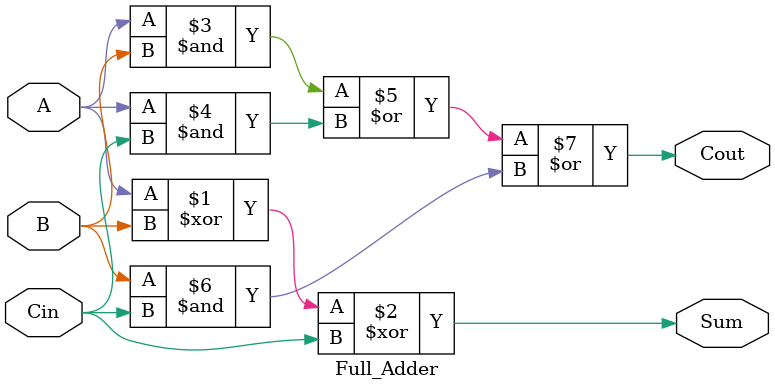
<source format=v>
module Full_Adder(
    input A,
    input B,
    input Cin,
    output Sum,
    output Cout
);

    assign Sum = A ^ B ^ Cin;
    assign Cout = (A & B) | (A & Cin) | (B & Cin);

endmodule

</source>
